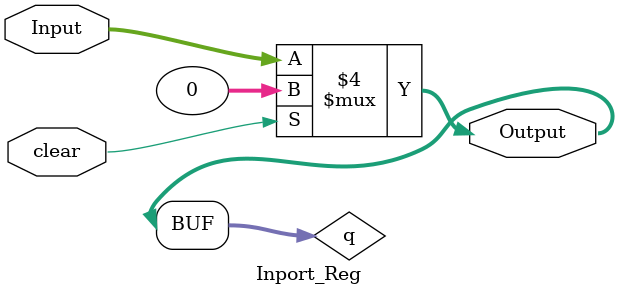
<source format=v>
module Inport_Reg (
	input clear, 
	input [31:0]Input,
	output wire [31:0]Output
);

reg [31:0]q = 31'b0;
always @ (*)
		begin
			if (clear) begin
				q <= 32'b0;
			end
			else begin
				q <= Input;
			end
		end

assign Output = q;
endmodule

</source>
